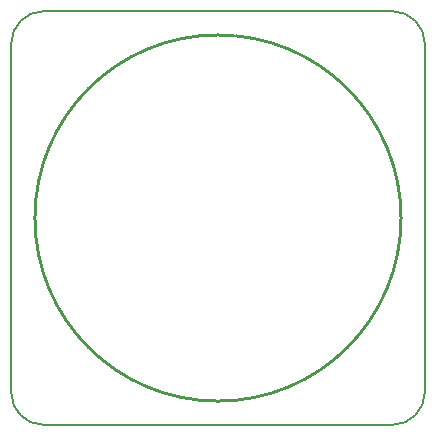
<source format=gm1>
G04*
G04 #@! TF.GenerationSoftware,Altium Limited,Altium Designer,19.1.5 (86)*
G04*
G04 Layer_Color=16711935*
%FSLAX25Y25*%
%MOIN*%
G70*
G01*
G75*
%ADD10C,0.01000*%
%ADD12C,0.00598*%
%ADD36C,0.00598*%
D10*
X61024Y0D02*
G03*
X61024Y0I-61024J0D01*
G01*
D12*
X-58268Y-68898D02*
X58268D01*
X68898Y-58268D02*
X68898Y58268D01*
X-68898Y-58268D02*
X-68898Y58268D01*
X-58268Y68898D02*
X58268D01*
D36*
Y-68898D02*
G03*
X68898Y-58268I0J10630D01*
G01*
X-68898D02*
G03*
X-58268Y-68898I10630J0D01*
G01*
X68898Y58268D02*
G03*
X58268Y68898I-10630J0D01*
G01*
X-58268D02*
G03*
X-68898Y58268I0J-10630D01*
G01*
M02*

</source>
